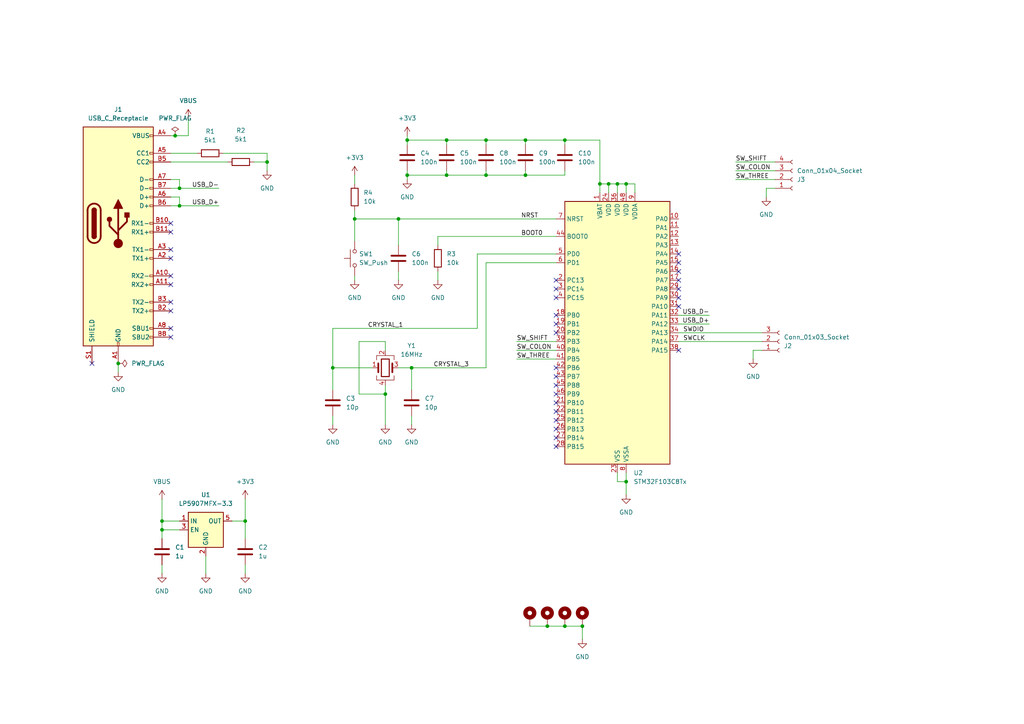
<source format=kicad_sch>
(kicad_sch (version 20250114) (generator "eeschema") (generator_version "9.0")
  (paper "A4")
  (lib_symbols
    (symbol "Connector:Conn_01x03_Socket" (pin_names (offset 1.016) (hide yes))
      (property "Reference" "J" (at 0 5.08 0))
      (property "Value" "Conn_01x03_Socket" (at 0 -5.08 0))
      (symbol "Conn_01x03_Socket_1_1"
        (polyline (pts (xy -1.27 2.54) (xy -0.508 2.54)) (stroke (width 0.1524)))
        (polyline (pts (xy -1.27 0) (xy -0.508 0)) (stroke (width 0.1524)))
        (polyline (pts (xy -1.27 -2.54) (xy -0.508 -2.54)) (stroke (width 0.1524)))
        (arc (start 0 2.032) (mid -0.5058 2.54) (end 0 3.048) (stroke (width 0.1524)))
        (arc (start 0 -0.508) (mid -0.5058 0) (end 0 0.508) (stroke (width 0.1524)))
        (arc (start 0 -3.048) (mid -0.5058 -2.54) (end 0 -2.032) (stroke (width 0.1524)))
        (pin passive line (at -5.08 2.54 0) (length 3.81) (name "Pin_1") (number "1"))
        (pin passive line (at -5.08 0 0) (length 3.81) (name "Pin_2") (number "2"))
        (pin passive line (at -5.08 -2.54 0) (length 3.81) (name "Pin_3") (number "3"))
      )
    )
    (symbol "Connector:Conn_01x04_Socket" (pin_names (offset 1.016) (hide yes))
      (property "Reference" "J" (at 0 5.08 0))
      (property "Value" "Conn_01x04_Socket" (at 0 -7.62 0))
      (symbol "Conn_01x04_Socket_1_1"
        (polyline (pts (xy -1.27 2.54) (xy -0.508 2.54)) (stroke (width 0.1524)))
        (polyline (pts (xy -1.27 0) (xy -0.508 0)) (stroke (width 0.1524)))
        (polyline (pts (xy -1.27 -2.54) (xy -0.508 -2.54)) (stroke (width 0.1524)))
        (polyline (pts (xy -1.27 -5.08) (xy -0.508 -5.08)) (stroke (width 0.1524)))
        (arc (start 0 2.032) (mid -0.5058 2.54) (end 0 3.048) (stroke (width 0.1524)))
        (arc (start 0 -0.508) (mid -0.5058 0) (end 0 0.508) (stroke (width 0.1524)))
        (arc (start 0 -3.048) (mid -0.5058 -2.54) (end 0 -2.032) (stroke (width 0.1524)))
        (arc (start 0 -5.588) (mid -0.5058 -5.08) (end 0 -4.572) (stroke (width 0.1524)))
        (pin passive line (at -5.08 2.54 0) (length 3.81) (name "Pin_1") (number "1"))
        (pin passive line (at -5.08 0 0) (length 3.81) (name "Pin_2") (number "2"))
        (pin passive line (at -5.08 -2.54 0) (length 3.81) (name "Pin_3") (number "3"))
        (pin passive line (at -5.08 -5.08 0) (length 3.81) (name "Pin_4") (number "4"))
      )
    )
    (symbol "Connector:USB_C_Receptacle" (pin_names (offset 1.016))
      (property "Reference" "J" (at -10.16 29.21 0))
      (property "Value" "USB_C_Receptacle" (at 10.16 29.21 0))
      (symbol "USB_C_Receptacle_0_0"
        (rectangle (start -0.254 -35.56) (end 0.254 -34.544))
        (rectangle (start 10.16 25.654) (end 9.144 25.146))
        (rectangle (start 10.16 20.574) (end 9.144 20.066))
        (rectangle (start 10.16 18.034) (end 9.144 17.526))
        (rectangle (start 10.16 12.954) (end 9.144 12.446))
        (rectangle (start 10.16 10.414) (end 9.144 9.906))
        (rectangle (start 10.16 7.874) (end 9.144 7.366))
        (rectangle (start 10.16 5.334) (end 9.144 4.826))
        (rectangle (start 10.16 0.254) (end 9.144 -0.254))
        (rectangle (start 10.16 -2.286) (end 9.144 -2.794))
        (rectangle (start 10.16 -7.366) (end 9.144 -7.874))
        (rectangle (start 10.16 -9.906) (end 9.144 -10.414))
        (rectangle (start 10.16 -14.986) (end 9.144 -15.494))
        (rectangle (start 10.16 -17.526) (end 9.144 -18.034))
        (rectangle (start 10.16 -22.606) (end 9.144 -23.114))
        (rectangle (start 10.16 -25.146) (end 9.144 -25.654))
        (rectangle (start 10.16 -30.226) (end 9.144 -30.734))
        (rectangle (start 10.16 -32.766) (end 9.144 -33.274))
      )
      (symbol "USB_C_Receptacle_0_1"
        (rectangle (start -10.16 27.94) (end 10.16 -35.56) (stroke (width 0.254)) (fill (type background)))
        (polyline (pts (xy -8.89 -3.81) (xy -8.89 3.81)) (stroke (width 0.508)))
        (rectangle (start -7.62 -3.81) (end -6.35 3.81) (stroke (width 0.254)) (fill (type outline)))
        (arc (start -7.62 3.81) (mid -6.985 4.4423) (end -6.35 3.81) (stroke (width 0.254)))
        (arc (start -7.62 3.81) (mid -6.985 4.4423) (end -6.35 3.81) (stroke (width 0.254)) (fill (type outline)))
        (arc (start -8.89 3.81) (mid -6.985 5.7067) (end -5.08 3.81) (stroke (width 0.508)))
        (arc (start -5.08 -3.81) (mid -6.985 -5.7067) (end -8.89 -3.81) (stroke (width 0.508)))
        (arc (start -6.35 -3.81) (mid -6.985 -4.4423) (end -7.62 -3.81) (stroke (width 0.254)))
        (arc (start -6.35 -3.81) (mid -6.985 -4.4423) (end -7.62 -3.81) (stroke (width 0.254)) (fill (type outline)))
        (polyline (pts (xy -5.08 3.81) (xy -5.08 -3.81)) (stroke (width 0.508)))
      )
      (symbol "USB_C_Receptacle_1_1"
        (circle (center -2.54 1.143) (radius 0.635) (stroke (width 0.254)) (fill (type outline)))
        (polyline (pts (xy -1.27 4.318) (xy 0 6.858) (xy 1.27 4.318) (xy -1.27 4.318)) (stroke (width 0.254)) (fill (type outline)))
        (polyline (pts (xy 0 -2.032) (xy 2.54 0.508) (xy 2.54 1.778)) (stroke (width 0.508)))
        (polyline (pts (xy 0 -3.302) (xy -2.54 -0.762) (xy -2.54 0.508)) (stroke (width 0.508)))
        (polyline (pts (xy 0 -5.842) (xy 0 4.318)) (stroke (width 0.508)))
        (circle (center 0 -5.842) (radius 1.27) (fill (type outline)))
        (rectangle (start 1.905 1.778) (end 3.175 3.048) (stroke (width 0.254)) (fill (type outline)))
        (pin passive line (at -7.62 -40.64 90) (length 5.08) (name "SHIELD") (number "S1"))
        (pin passive line (at 0 -40.64 90) (length 5.08) (name "GND") (number "A1"))
        (pin passive line (at 0 -40.64 90) (length 5.08) (hide yes) (name "GND") (number "A12"))
        (pin passive line (at 0 -40.64 90) (length 5.08) (hide yes) (name "GND") (number "B1"))
        (pin passive line (at 0 -40.64 90) (length 5.08) (hide yes) (name "GND") (number "B12"))
        (pin passive line (at 15.24 25.4 180) (length 5.08) (name "VBUS") (number "A4"))
        (pin passive line (at 15.24 25.4 180) (length 5.08) (hide yes) (name "VBUS") (number "A9"))
        (pin passive line (at 15.24 25.4 180) (length 5.08) (hide yes) (name "VBUS") (number "B4"))
        (pin passive line (at 15.24 25.4 180) (length 5.08) (hide yes) (name "VBUS") (number "B9"))
        (pin bidirectional line (at 15.24 20.32 180) (length 5.08) (name "CC1") (number "A5"))
        (pin bidirectional line (at 15.24 17.78 180) (length 5.08) (name "CC2") (number "B5"))
        (pin bidirectional line (at 15.24 12.7 180) (length 5.08) (name "D-") (number "A7"))
        (pin bidirectional line (at 15.24 10.16 180) (length 5.08) (name "D-") (number "B7"))
        (pin bidirectional line (at 15.24 7.62 180) (length 5.08) (name "D+") (number "A6"))
        (pin bidirectional line (at 15.24 5.08 180) (length 5.08) (name "D+") (number "B6"))
        (pin bidirectional line (at 15.24 0 180) (length 5.08) (name "RX1-") (number "B10"))
        (pin bidirectional line (at 15.24 -2.54 180) (length 5.08) (name "RX1+") (number "B11"))
        (pin bidirectional line (at 15.24 -7.62 180) (length 5.08) (name "TX1-") (number "A3"))
        (pin bidirectional line (at 15.24 -10.16 180) (length 5.08) (name "TX1+") (number "A2"))
        (pin bidirectional line (at 15.24 -15.24 180) (length 5.08) (name "RX2-") (number "A10"))
        (pin bidirectional line (at 15.24 -17.78 180) (length 5.08) (name "RX2+") (number "A11"))
        (pin bidirectional line (at 15.24 -22.86 180) (length 5.08) (name "TX2-") (number "B3"))
        (pin bidirectional line (at 15.24 -25.4 180) (length 5.08) (name "TX2+") (number "B2"))
        (pin bidirectional line (at 15.24 -30.48 180) (length 5.08) (name "SBU1") (number "A8"))
        (pin bidirectional line (at 15.24 -33.02 180) (length 5.08) (name "SBU2") (number "B8"))
      )
    )
    (symbol "Device:C" (pin_numbers (hide yes)) (pin_names (offset 0.254))
      (property "Reference" "C" (at 0.635 2.54 0))
      (property "Value" "C" (at 0.635 -2.54 0))
      (symbol "C_0_1"
        (polyline (pts (xy -2.032 0.762) (xy 2.032 0.762)) (stroke (width 0.508)))
        (polyline (pts (xy -2.032 -0.762) (xy 2.032 -0.762)) (stroke (width 0.508)))
      )
      (symbol "C_1_1"
        (pin passive line (at 0 3.81 270) (length 2.794) (name "~") (number "1"))
        (pin passive line (at 0 -3.81 90) (length 2.794) (name "~") (number "2"))
      )
    )
    (symbol "Device:Crystal_GND24" (pin_names (offset 1.016) (hide yes))
      (property "Reference" "Y" (at 3.175 5.08 0))
      (property "Value" "Crystal_GND24" (at 3.175 3.175 0))
      (symbol "Crystal_GND24_0_1"
        (polyline (pts (xy -2.54 2.286) (xy -2.54 3.556) (xy 2.54 3.556) (xy 2.54 2.286)))
        (polyline (pts (xy -2.54 0) (xy -2.032 0)))
        (polyline (pts (xy -2.54 -2.286) (xy -2.54 -3.556) (xy 2.54 -3.556) (xy 2.54 -2.286)))
        (polyline (pts (xy -2.032 -1.27) (xy -2.032 1.27)) (stroke (width 0.508)))
        (rectangle (start -1.143 2.54) (end 1.143 -2.54) (stroke (width 0.3048)))
        (polyline (pts (xy 0 3.556) (xy 0 3.81)))
        (polyline (pts (xy 0 -3.81) (xy 0 -3.556)))
        (polyline (pts (xy 2.032 0) (xy 2.54 0)))
        (polyline (pts (xy 2.032 -1.27) (xy 2.032 1.27)) (stroke (width 0.508)))
      )
      (symbol "Crystal_GND24_1_1"
        (pin passive line (at -3.81 0 0) (length 1.27) (name "1") (number "1"))
        (pin passive line (at 0 5.08 270) (length 1.27) (name "2") (number "2"))
        (pin passive line (at 0 -5.08 90) (length 1.27) (name "4") (number "4"))
        (pin passive line (at 3.81 0 180) (length 1.27) (name "3") (number "3"))
      )
    )
    (symbol "Device:R" (pin_numbers (hide yes)) (pin_names (offset 0))
      (property "Reference" "R" (at 2.032 0 90))
      (property "Value" "R" (at 0 0 90))
      (symbol "R_0_1"
        (rectangle (start -1.016 -2.54) (end 1.016 2.54) (stroke (width 0.254)))
      )
      (symbol "R_1_1"
        (pin passive line (at 0 3.81 270) (length 1.27) (name "~") (number "1"))
        (pin passive line (at 0 -3.81 90) (length 1.27) (name "~") (number "2"))
      )
    )
    (symbol "MCU_ST_STM32F1:STM32F103C8Tx"
      (property "Reference" "U" (at -15.24 39.37 0))
      (property "Value" "STM32F103C8Tx" (at 7.62 39.37 0))
      (symbol "STM32F103C8Tx_0_1"
        (rectangle (start -15.24 -38.1) (end 15.24 38.1) (stroke (width 0.254)) (fill (type background)))
      )
      (symbol "STM32F103C8Tx_1_1"
        (pin input line (at -17.78 33.02 0) (length 2.54) (name "NRST") (number "7"))
        (pin input line (at -17.78 27.94 0) (length 2.54) (name "BOOT0") (number "44"))
        (pin bidirectional line (at -17.78 22.86 0) (length 2.54) (name "PD0") (number "5"))
        (pin bidirectional line (at -17.78 20.32 0) (length 2.54) (name "PD1") (number "6"))
        (pin bidirectional line (at -17.78 15.24 0) (length 2.54) (name "PC13") (number "2"))
        (pin bidirectional line (at -17.78 12.7 0) (length 2.54) (name "PC14") (number "3"))
        (pin bidirectional line (at -17.78 10.16 0) (length 2.54) (name "PC15") (number "4"))
        (pin bidirectional line (at -17.78 5.08 0) (length 2.54) (name "PB0") (number "18"))
        (pin bidirectional line (at -17.78 2.54 0) (length 2.54) (name "PB1") (number "19"))
        (pin bidirectional line (at -17.78 0 0) (length 2.54) (name "PB2") (number "20"))
        (pin bidirectional line (at -17.78 -2.54 0) (length 2.54) (name "PB3") (number "39"))
        (pin bidirectional line (at -17.78 -5.08 0) (length 2.54) (name "PB4") (number "40"))
        (pin bidirectional line (at -17.78 -7.62 0) (length 2.54) (name "PB5") (number "41"))
        (pin bidirectional line (at -17.78 -10.16 0) (length 2.54) (name "PB6") (number "42"))
        (pin bidirectional line (at -17.78 -12.7 0) (length 2.54) (name "PB7") (number "43"))
        (pin bidirectional line (at -17.78 -15.24 0) (length 2.54) (name "PB8") (number "45"))
        (pin bidirectional line (at -17.78 -17.78 0) (length 2.54) (name "PB9") (number "46"))
        (pin bidirectional line (at -17.78 -20.32 0) (length 2.54) (name "PB10") (number "21"))
        (pin bidirectional line (at -17.78 -22.86 0) (length 2.54) (name "PB11") (number "22"))
        (pin bidirectional line (at -17.78 -25.4 0) (length 2.54) (name "PB12") (number "25"))
        (pin bidirectional line (at -17.78 -27.94 0) (length 2.54) (name "PB13") (number "26"))
        (pin bidirectional line (at -17.78 -30.48 0) (length 2.54) (name "PB14") (number "27"))
        (pin bidirectional line (at -17.78 -33.02 0) (length 2.54) (name "PB15") (number "28"))
        (pin power_in line (at -5.08 40.64 270) (length 2.54) (name "VBAT") (number "1"))
        (pin power_in line (at -2.54 40.64 270) (length 2.54) (name "VDD") (number "24"))
        (pin power_in line (at 0 40.64 270) (length 2.54) (name "VDD") (number "36"))
        (pin power_in line (at 0 -40.64 90) (length 2.54) (name "VSS") (number "23"))
        (pin passive line (at 0 -40.64 90) (length 2.54) (hide yes) (name "VSS") (number "35"))
        (pin passive line (at 0 -40.64 90) (length 2.54) (hide yes) (name "VSS") (number "47"))
        (pin power_in line (at 2.54 40.64 270) (length 2.54) (name "VDD") (number "48"))
        (pin power_in line (at 2.54 -40.64 90) (length 2.54) (name "VSSA") (number "8"))
        (pin power_in line (at 5.08 40.64 270) (length 2.54) (name "VDDA") (number "9"))
        (pin bidirectional line (at 17.78 33.02 180) (length 2.54) (name "PA0") (number "10"))
        (pin bidirectional line (at 17.78 30.48 180) (length 2.54) (name "PA1") (number "11"))
        (pin bidirectional line (at 17.78 27.94 180) (length 2.54) (name "PA2") (number "12"))
        (pin bidirectional line (at 17.78 25.4 180) (length 2.54) (name "PA3") (number "13"))
        (pin bidirectional line (at 17.78 22.86 180) (length 2.54) (name "PA4") (number "14"))
        (pin bidirectional line (at 17.78 20.32 180) (length 2.54) (name "PA5") (number "15"))
        (pin bidirectional line (at 17.78 17.78 180) (length 2.54) (name "PA6") (number "16"))
        (pin bidirectional line (at 17.78 15.24 180) (length 2.54) (name "PA7") (number "17"))
        (pin bidirectional line (at 17.78 12.7 180) (length 2.54) (name "PA8") (number "29"))
        (pin bidirectional line (at 17.78 10.16 180) (length 2.54) (name "PA9") (number "30"))
        (pin bidirectional line (at 17.78 7.62 180) (length 2.54) (name "PA10") (number "31"))
        (pin bidirectional line (at 17.78 5.08 180) (length 2.54) (name "PA11") (number "32"))
        (pin bidirectional line (at 17.78 2.54 180) (length 2.54) (name "PA12") (number "33"))
        (pin bidirectional line (at 17.78 0 180) (length 2.54) (name "PA13") (number "34"))
        (pin bidirectional line (at 17.78 -2.54 180) (length 2.54) (name "PA14") (number "37"))
        (pin bidirectional line (at 17.78 -5.08 180) (length 2.54) (name "PA15") (number "38"))
      )
    )
    (symbol "Mechanical:MountingHole_Pad" (pin_numbers (hide yes)) (pin_names (offset 1.016) (hide yes)) (in_bom no)
      (property "Reference" "H" (at 0 6.35 0))
      (property "Value" "MountingHole_Pad" (at 0 4.445 0))
      (symbol "MountingHole_Pad_0_1"
        (circle (center 0 1.27) (radius 1.27) (stroke (width 1.27)))
      )
      (symbol "MountingHole_Pad_1_1"
        (pin input line (at 0 -2.54 90) (length 2.54) (name "1") (number "1"))
      )
    )
    (symbol "Regulator_Linear:LP5907MFX-3.3"
      (property "Reference" "U" (at -3.81 6.35 0))
      (property "Value" "LP5907MFX-3.3" (at 6.35 6.35 0))
      (symbol "LP5907MFX-3.3_0_1"
        (rectangle (start -5.08 -5.08) (end 5.08 5.08) (stroke (width 0.254)) (fill (type background)))
        (pin power_in line (at -7.62 2.54 0) (length 2.54) (name "IN") (number "1"))
        (pin input line (at -7.62 0 0) (length 2.54) (name "EN") (number "3"))
        (pin power_in line (at 0 -7.62 90) (length 2.54) (name "GND") (number "2"))
        (pin no_connect line (at 5.08 0 180) (length 2.54) (hide yes) (name "NC") (number "4"))
        (pin power_out line (at 7.62 2.54 180) (length 2.54) (name "OUT") (number "5"))
      )
    )
    (symbol "Switch:SW_Push" (pin_numbers (hide yes)) (pin_names (offset 1.016) (hide yes))
      (property "Reference" "SW" (at 1.27 2.54 0))
      (property "Value" "SW_Push" (at 0 -1.524 0))
      (symbol "SW_Push_0_1"
        (circle (center -2.032 0) (radius 0.508))
        (polyline (pts (xy 0 1.27) (xy 0 3.048)))
        (circle (center 2.032 0) (radius 0.508))
        (polyline (pts (xy 2.54 1.27) (xy -2.54 1.27)))
        (pin passive line (at -5.08 0 0) (length 2.54) (name "1") (number "1"))
        (pin passive line (at 5.08 0 180) (length 2.54) (name "2") (number "2"))
      )
    )
    (symbol "power:+3V3" (power) (pin_numbers (hide yes)) (pin_names (offset 0) (hide yes))
      (property "Value" "+3V3" (at 0 3.556 0))
      (symbol "+3V3_0_1"
        (polyline (pts (xy -0.762 1.27) (xy 0 2.54)))
        (polyline (pts (xy 0 2.54) (xy 0.762 1.27)))
        (polyline (pts (xy 0 0) (xy 0 2.54)))
      )
      (symbol "+3V3_1_1"
        (pin power_in line (at 0 0 90) (length 0) (name "~") (number "1"))
      )
    )
    (symbol "power:GND" (power) (pin_numbers (hide yes)) (pin_names (offset 0) (hide yes))
      (property "Value" "GND" (at 0 -3.81 0))
      (symbol "GND_0_1"
        (polyline (pts (xy 0 0) (xy 0 -1.27) (xy 1.27 -1.27) (xy 0 -2.54) (xy -1.27 -1.27) (xy 0 -1.27)))
      )
      (symbol "GND_1_1"
        (pin power_in line (at 0 0 270) (length 0) (name "~") (number "1"))
      )
    )
    (symbol "power:PWR_FLAG" (power) (pin_numbers (hide yes)) (pin_names (offset 0) (hide yes))
      (property "Value" "PWR_FLAG" (at 0 3.81 0))
      (symbol "PWR_FLAG_0_0"
        (pin power_out line (at 0 0 90) (length 0) (name "~") (number "1"))
      )
      (symbol "PWR_FLAG_0_1"
        (polyline (pts (xy 0 0) (xy 0 1.27) (xy -1.016 1.905) (xy 0 2.54) (xy 1.016 1.905) (xy 0 1.27)))
      )
    )
    (symbol "power:VBUS" (power) (pin_numbers (hide yes)) (pin_names (offset 0) (hide yes))
      (property "Value" "VBUS" (at 0 3.556 0))
      (symbol "VBUS_0_1"
        (polyline (pts (xy -0.762 1.27) (xy 0 2.54)))
        (polyline (pts (xy 0 2.54) (xy 0.762 1.27)))
        (polyline (pts (xy 0 0) (xy 0 2.54)))
      )
      (symbol "VBUS_1_1"
        (pin power_in line (at 0 0 90) (length 0) (name "~") (number "1"))
      )
    )
  )
  (junction (at 111.76 114.3))
  (junction (at 152.4 50.8))
  (junction (at 102.87 63.5))
  (junction (at 163.83 40.64))
  (junction (at 173.99 53.34))
  (junction (at 77.47 46.99))
  (junction (at 129.54 40.64))
  (junction (at 140.97 50.8))
  (junction (at 52.07 59.69))
  (junction (at 158.75 181.61))
  (junction (at 181.61 139.7))
  (junction (at 46.99 153.67))
  (junction (at 176.53 53.34))
  (junction (at 46.99 151.13))
  (junction (at 118.11 40.64))
  (junction (at 96.52 106.68))
  (junction (at 52.07 54.61))
  (junction (at 129.54 50.8))
  (junction (at 168.91 181.61))
  (junction (at 140.97 40.64))
  (junction (at 152.4 40.64))
  (junction (at 115.57 63.5))
  (junction (at 50.8 39.37))
  (junction (at 71.12 151.13))
  (junction (at 118.11 50.8))
  (junction (at 163.83 181.61))
  (junction (at 34.29 105.41))
  (junction (at 181.61 53.34))
  (junction (at 179.07 53.34))
  (junction (at 119.38 106.68))
  (no_connect (at 161.29 111.76))
  (no_connect (at 196.85 76.2))
  (no_connect (at 161.29 81.28))
  (no_connect (at 161.29 116.84))
  (no_connect (at 161.29 96.52))
  (no_connect (at 196.85 73.66))
  (no_connect (at 161.29 124.46))
  (no_connect (at 49.53 87.63))
  (no_connect (at 161.29 121.92))
  (no_connect (at 49.53 64.77))
  (no_connect (at 196.85 101.6))
  (no_connect (at 196.85 81.28))
  (no_connect (at 161.29 106.68))
  (no_connect (at 161.29 127))
  (no_connect (at 196.85 88.9))
  (no_connect (at 196.85 83.82))
  (no_connect (at 196.85 86.36))
  (no_connect (at 161.29 91.44))
  (no_connect (at 161.29 86.36))
  (no_connect (at 49.53 72.39))
  (no_connect (at 49.53 80.01))
  (no_connect (at 161.29 114.3))
  (no_connect (at 161.29 83.82))
  (no_connect (at 49.53 95.25))
  (no_connect (at 49.53 67.31))
  (no_connect (at 49.53 74.93))
  (no_connect (at 161.29 119.38))
  (no_connect (at 49.53 97.79))
  (no_connect (at 161.29 93.98))
  (no_connect (at 161.29 109.22))
  (no_connect (at 196.85 78.74))
  (no_connect (at 49.53 90.17))
  (no_connect (at 49.53 82.55))
  (no_connect (at 161.29 129.54))
  (no_connect (at 26.67 105.41))
  (wire (pts (xy 161.29 101.6) (xy 149.86 101.6)))
  (wire (pts (xy 102.87 63.5) (xy 115.57 63.5)))
  (wire (pts (xy 140.97 50.8) (xy 152.4 50.8)))
  (wire (pts (xy 102.87 50.8) (xy 102.87 53.34)))
  (wire (pts (xy 196.85 96.52) (xy 220.98 96.52)))
  (wire (pts (xy 34.29 105.41) (xy 34.29 107.95)))
  (wire (pts (xy 49.53 57.15) (xy 52.07 57.15)))
  (wire (pts (xy 140.97 76.2) (xy 140.97 106.68)))
  (wire (pts (xy 118.11 40.64) (xy 129.54 40.64)))
  (wire (pts (xy 181.61 53.34) (xy 184.15 53.34)))
  (wire (pts (xy 184.15 53.34) (xy 184.15 55.88)))
  (wire (pts (xy 46.99 151.13) (xy 46.99 153.67)))
  (wire (pts (xy 52.07 52.07) (xy 52.07 54.61)))
  (wire (pts (xy 140.97 40.64) (xy 152.4 40.64)))
  (wire (pts (xy 52.07 54.61) (xy 63.5 54.61)))
  (wire (pts (xy 118.11 39.37) (xy 118.11 40.64)))
  (wire (pts (xy 152.4 49.53) (xy 152.4 50.8)))
  (wire (pts (xy 77.47 46.99) (xy 77.47 49.53)))
  (wire (pts (xy 129.54 49.53) (xy 129.54 50.8)))
  (wire (pts (xy 96.52 106.68) (xy 107.95 106.68)))
  (wire (pts (xy 46.99 153.67) (xy 52.07 153.67)))
  (wire (pts (xy 49.53 46.99) (xy 66.04 46.99)))
  (wire (pts (xy 181.61 137.16) (xy 181.61 139.7)))
  (wire (pts (xy 140.97 40.64) (xy 140.97 41.91)))
  (wire (pts (xy 196.85 99.06) (xy 220.98 99.06)))
  (wire (pts (xy 152.4 40.64) (xy 152.4 41.91)))
  (wire (pts (xy 129.54 40.64) (xy 129.54 41.91)))
  (wire (pts (xy 96.52 106.68) (xy 96.52 95.25)))
  (wire (pts (xy 163.83 50.8) (xy 163.83 49.53)))
  (wire (pts (xy 71.12 151.13) (xy 71.12 156.21)))
  (wire (pts (xy 50.8 39.37) (xy 54.61 39.37)))
  (wire (pts (xy 181.61 53.34) (xy 181.61 55.88)))
  (wire (pts (xy 71.12 144.78) (xy 71.12 151.13)))
  (wire (pts (xy 119.38 120.65) (xy 119.38 123.19)))
  (wire (pts (xy 52.07 57.15) (xy 52.07 59.69)))
  (wire (pts (xy 115.57 63.5) (xy 115.57 71.12)))
  (wire (pts (xy 173.99 53.34) (xy 173.99 55.88)))
  (wire (pts (xy 71.12 163.83) (xy 71.12 166.37)))
  (wire (pts (xy 196.85 93.98) (xy 205.74 93.98)))
  (wire (pts (xy 104.14 114.3) (xy 111.76 114.3)))
  (wire (pts (xy 179.07 53.34) (xy 181.61 53.34)))
  (wire (pts (xy 140.97 49.53) (xy 140.97 50.8)))
  (wire (pts (xy 111.76 99.06) (xy 104.14 99.06)))
  (wire (pts (xy 118.11 50.8) (xy 129.54 50.8)))
  (wire (pts (xy 127 78.74) (xy 127 81.28)))
  (wire (pts (xy 77.47 44.45) (xy 77.47 46.99)))
  (wire (pts (xy 67.31 151.13) (xy 71.12 151.13)))
  (wire (pts (xy 196.85 91.44) (xy 205.74 91.44)))
  (wire (pts (xy 102.87 69.85) (xy 102.87 63.5)))
  (wire (pts (xy 52.07 59.69) (xy 63.5 59.69)))
  (wire (pts (xy 158.75 181.61) (xy 163.83 181.61)))
  (wire (pts (xy 119.38 106.68) (xy 115.57 106.68)))
  (wire (pts (xy 49.53 44.45) (xy 57.15 44.45)))
  (wire (pts (xy 96.52 95.25) (xy 138.43 95.25)))
  (wire (pts (xy 224.79 49.53) (xy 213.36 49.53)))
  (wire (pts (xy 127 68.58) (xy 161.29 68.58)))
  (wire (pts (xy 118.11 49.53) (xy 118.11 50.8)))
  (wire (pts (xy 59.69 161.29) (xy 59.69 166.37)))
  (wire (pts (xy 49.53 59.69) (xy 52.07 59.69)))
  (wire (pts (xy 102.87 60.96) (xy 102.87 63.5)))
  (wire (pts (xy 179.07 137.16) (xy 179.07 139.7)))
  (wire (pts (xy 224.79 46.99) (xy 213.36 46.99)))
  (wire (pts (xy 96.52 113.03) (xy 96.52 106.68)))
  (wire (pts (xy 152.4 50.8) (xy 163.83 50.8)))
  (wire (pts (xy 118.11 40.64) (xy 118.11 41.91)))
  (wire (pts (xy 161.29 76.2) (xy 140.97 76.2)))
  (wire (pts (xy 163.83 40.64) (xy 173.99 40.64)))
  (wire (pts (xy 118.11 50.8) (xy 118.11 52.07)))
  (wire (pts (xy 222.25 57.15) (xy 222.25 54.61)))
  (wire (pts (xy 224.79 52.07) (xy 213.36 52.07)))
  (wire (pts (xy 49.53 39.37) (xy 50.8 39.37)))
  (wire (pts (xy 176.53 53.34) (xy 176.53 55.88)))
  (wire (pts (xy 173.99 53.34) (xy 176.53 53.34)))
  (wire (pts (xy 46.99 163.83) (xy 46.99 166.37)))
  (wire (pts (xy 129.54 40.64) (xy 140.97 40.64)))
  (wire (pts (xy 119.38 106.68) (xy 119.38 113.03)))
  (wire (pts (xy 127 71.12) (xy 127 68.58)))
  (wire (pts (xy 163.83 181.61) (xy 168.91 181.61)))
  (wire (pts (xy 104.14 99.06) (xy 104.14 114.3)))
  (wire (pts (xy 218.44 101.6) (xy 218.44 104.14)))
  (wire (pts (xy 152.4 40.64) (xy 163.83 40.64)))
  (wire (pts (xy 111.76 114.3) (xy 111.76 111.76)))
  (wire (pts (xy 179.07 53.34) (xy 179.07 55.88)))
  (wire (pts (xy 111.76 114.3) (xy 111.76 123.19)))
  (wire (pts (xy 49.53 52.07) (xy 52.07 52.07)))
  (wire (pts (xy 179.07 139.7) (xy 181.61 139.7)))
  (wire (pts (xy 111.76 101.6) (xy 111.76 99.06)))
  (wire (pts (xy 64.77 44.45) (xy 77.47 44.45)))
  (wire (pts (xy 46.99 151.13) (xy 52.07 151.13)))
  (wire (pts (xy 138.43 73.66) (xy 161.29 73.66)))
  (wire (pts (xy 173.99 40.64) (xy 173.99 53.34)))
  (wire (pts (xy 168.91 181.61) (xy 168.91 185.42)))
  (wire (pts (xy 115.57 63.5) (xy 161.29 63.5)))
  (wire (pts (xy 181.61 139.7) (xy 181.61 143.51)))
  (wire (pts (xy 220.98 101.6) (xy 218.44 101.6)))
  (wire (pts (xy 102.87 80.01) (xy 102.87 81.28)))
  (wire (pts (xy 46.99 153.67) (xy 46.99 156.21)))
  (wire (pts (xy 163.83 40.64) (xy 163.83 41.91)))
  (wire (pts (xy 115.57 78.74) (xy 115.57 81.28)))
  (wire (pts (xy 140.97 106.68) (xy 119.38 106.68)))
  (wire (pts (xy 222.25 54.61) (xy 224.79 54.61)))
  (wire (pts (xy 161.29 99.06) (xy 149.86 99.06)))
  (wire (pts (xy 161.29 104.14) (xy 149.86 104.14)))
  (wire (pts (xy 73.66 46.99) (xy 77.47 46.99)))
  (wire (pts (xy 96.52 120.65) (xy 96.52 123.19)))
  (wire (pts (xy 153.67 181.61) (xy 158.75 181.61)))
  (wire (pts (xy 176.53 53.34) (xy 179.07 53.34)))
  (wire (pts (xy 138.43 95.25) (xy 138.43 73.66)))
  (wire (pts (xy 129.54 50.8) (xy 140.97 50.8)))
  (wire (pts (xy 46.99 144.78) (xy 46.99 151.13)))
  (wire (pts (xy 54.61 39.37) (xy 54.61 34.29)))
  (wire (pts (xy 52.07 54.61) (xy 49.53 54.61)))
  (label "SWDIO" (at 198.12 96.52 0))
  (label "SW_THREE" (at 213.36 52.07 0))
  (label "NRST" (at 151.13 63.5 0))
  (label "USB_D-" (at 63.5 54.61 180))
  (label "SW_COLON" (at 213.36 49.53 0))
  (label "SW_SHIFT" (at 213.36 46.99 0))
  (label "BOOT0" (at 151.13 68.58 0))
  (label "CRYSTAL_1" (at 106.68 95.25 0))
  (label "CRYSTAL_3" (at 125.73 106.68 0))
  (label "USB_D+" (at 205.74 93.98 180))
  (label "SWCLK" (at 198.12 99.06 0))
  (label "SW_COLON" (at 149.86 101.6 0))
  (label "SW_SHIFT" (at 149.86 99.06 0))
  (label "USB_D+" (at 63.5 59.69 180))
  (label "USB_D-" (at 205.74 91.44 180))
  (label "SW_THREE" (at 149.86 104.14 0))
  (symbol (lib_id "Device:R") (at 60.96 44.45 90) (unit 1)
    (property "Reference" "R1" (at 60.96 38.1 90))
    (property "Value" "5k1" (at 60.96 40.64 90))
    (property "Footprint" "Resistor_SMD:R_0603_1608Metric_Pad0.98x0.95mm_HandSolder" (effects (hide yes)))
    (property "Description" "Resistor" (effects (hide yes)))
  )
  (symbol (lib_id "Device:C") (at 129.54 45.72 0) (unit 1)
    (property "Reference" "C5" (at 133.35 44.4499 0) (effects (justify left)))
    (property "Value" "100n" (at 133.35 46.9899 0) (effects (justify left)))
    (property "Footprint" "Capacitor_SMD:C_0603_1608Metric_Pad1.08x0.95mm_HandSolder" (effects (hide yes)))
    (property "Description" "Unpolarized capacitor" (effects (hide yes)))
  )
  (symbol (lib_id "power:GND") (at 119.38 123.19 0) (unit 1)
    (property "Reference" "#PWR015" (effects (hide yes)))
    (property "Value" "GND" (at 119.38 128.27 0))
    (property "Description" "Power symbol creates a global label with name \"GND\" , ground" (effects (hide yes)))
  )
  (symbol (lib_id "Mechanical:MountingHole_Pad") (at 168.91 179.07 0) (unit 1) (in_bom no)
    (property "Reference" "H4" (effects (hide yes)))
    (property "Value" "MountingHole_Pad" (effects (hide yes)))
    (property "Footprint" "MountingHole:MountingHole_2.2mm_M2_Pad_Via" (effects (hide yes)))
    (property "Description" "Mounting Hole with connection" (effects (hide yes)))
  )
  (symbol (lib_id "power:PWR_FLAG") (at 50.8 39.37 0) (unit 1)
    (property "Reference" "#FLG01" (effects (hide yes)))
    (property "Value" "PWR_FLAG" (at 50.8 34.29 0))
    (property "Description" "Special symbol for telling ERC where power comes from" (effects (hide yes)))
  )
  (symbol (lib_id "power:GND") (at 181.61 143.51 0) (unit 1)
    (property "Reference" "#PWR017" (effects (hide yes)))
    (property "Value" "GND" (at 181.61 148.59 0))
    (property "Description" "Power symbol creates a global label with name \"GND\" , ground" (effects (hide yes)))
  )
  (symbol (lib_id "power:GND") (at 115.57 81.28 0) (unit 1)
    (property "Reference" "#PWR014" (effects (hide yes)))
    (property "Value" "GND" (at 115.57 86.36 0))
    (property "Description" "Power symbol creates a global label with name \"GND\" , ground" (effects (hide yes)))
  )
  (symbol (lib_id "power:VBUS") (at 46.99 144.78 0) (unit 1)
    (property "Reference" "#PWR02" (effects (hide yes)))
    (property "Value" "VBUS" (at 46.99 139.7 0))
    (property "Description" "Power symbol creates a global label with name \"VBUS\"" (effects (hide yes)))
  )
  (symbol (lib_id "Device:C") (at 152.4 45.72 0) (unit 1)
    (property "Reference" "C9" (at 156.21 44.4499 0) (effects (justify left)))
    (property "Value" "100n" (at 156.21 46.9899 0) (effects (justify left)))
    (property "Footprint" "Capacitor_SMD:C_0603_1608Metric_Pad1.08x0.95mm_HandSolder" (effects (hide yes)))
    (property "Description" "Unpolarized capacitor" (effects (hide yes)))
  )
  (symbol (lib_id "power:GND") (at 59.69 166.37 0) (unit 1)
    (property "Reference" "#PWR05" (effects (hide yes)))
    (property "Value" "GND" (at 59.69 171.45 0))
    (property "Description" "Power symbol creates a global label with name \"GND\" , ground" (effects (hide yes)))
  )
  (symbol (lib_id "power:GND") (at 127 81.28 0) (unit 1)
    (property "Reference" "#PWR016" (effects (hide yes)))
    (property "Value" "GND" (at 127 86.36 0))
    (property "Description" "Power symbol creates a global label with name \"GND\" , ground" (effects (hide yes)))
  )
  (symbol (lib_id "Connector:Conn_01x03_Socket") (at 226.06 99.06 0) (mirror x) (unit 1)
    (property "Reference" "J2" (at 227.33 100.3301 0) (effects (justify left)))
    (property "Value" "Conn_01x03_Socket" (at 227.33 97.7901 0) (effects (justify left)))
    (property "Footprint" "Connector_JST:JST_SH_SM03B-SRSS-TB_1x03-1MP_P1.00mm_Horizontal" (effects (hide yes)))
    (property "Description" "Generic connector, single row, 01x03, script generated" (effects (hide yes)))
  )
  (symbol (lib_id "power:+3V3") (at 118.11 39.37 0) (unit 1)
    (property "Reference" "#PWR010" (effects (hide yes)))
    (property "Value" "+3V3" (at 118.11 34.29 0))
    (property "Description" "Power symbol creates a global label with name \"+3V3\"" (effects (hide yes)))
  )
  (symbol (lib_id "Device:R") (at 127 74.93 0) (unit 1)
    (property "Reference" "R3" (at 129.54 73.6599 0) (effects (justify left)))
    (property "Value" "10k" (at 129.54 76.1999 0) (effects (justify left)))
    (property "Footprint" "Resistor_SMD:R_0603_1608Metric_Pad0.98x0.95mm_HandSolder" (effects (hide yes)))
    (property "Description" "Resistor" (effects (hide yes)))
  )
  (symbol (lib_id "power:PWR_FLAG") (at 34.29 105.41 270) (unit 1)
    (property "Reference" "#FLG02" (effects (hide yes)))
    (property "Value" "PWR_FLAG" (at 38.1 105.4099 90) (effects (justify left)))
    (property "Description" "Special symbol for telling ERC where power comes from" (effects (hide yes)))
  )
  (symbol (lib_id "Device:C") (at 46.99 160.02 0) (unit 1)
    (property "Reference" "C1" (at 50.8 158.7499 0) (effects (justify left)))
    (property "Value" "1u" (at 50.8 161.2899 0) (effects (justify left)))
    (property "Footprint" "Capacitor_SMD:C_0603_1608Metric_Pad1.08x0.95mm_HandSolder" (effects (hide yes)))
    (property "Description" "Unpolarized capacitor" (effects (hide yes)))
  )
  (symbol (lib_id "Device:C") (at 71.12 160.02 0) (unit 1)
    (property "Reference" "C2" (at 74.93 158.7499 0) (effects (justify left)))
    (property "Value" "1u" (at 74.93 161.2899 0) (effects (justify left)))
    (property "Footprint" "Capacitor_SMD:C_0603_1608Metric_Pad1.08x0.95mm_HandSolder" (effects (hide yes)))
    (property "Description" "Unpolarized capacitor" (effects (hide yes)))
  )
  (symbol (lib_id "power:GND") (at 102.87 81.28 0) (unit 1)
    (property "Reference" "#PWR012" (effects (hide yes)))
    (property "Value" "GND" (at 102.87 86.36 0))
    (property "Description" "Power symbol creates a global label with name \"GND\" , ground" (effects (hide yes)))
  )
  (symbol (lib_id "power:GND") (at 71.12 166.37 0) (unit 1)
    (property "Reference" "#PWR07" (effects (hide yes)))
    (property "Value" "GND" (at 71.12 171.45 0))
    (property "Description" "Power symbol creates a global label with name \"GND\" , ground" (effects (hide yes)))
  )
  (symbol (lib_id "Device:C") (at 96.52 116.84 0) (unit 1)
    (property "Reference" "C3" (at 100.33 115.5699 0) (effects (justify left)))
    (property "Value" "10p" (at 100.33 118.1099 0) (effects (justify left)))
    (property "Footprint" "Capacitor_SMD:C_0603_1608Metric_Pad1.08x0.95mm_HandSolder" (effects (hide yes)))
    (property "Description" "Unpolarized capacitor" (effects (hide yes)))
  )
  (symbol (lib_id "power:GND") (at 222.25 57.15 0) (unit 1)
    (property "Reference" "#PWR020" (effects (hide yes)))
    (property "Value" "GND" (at 222.25 62.23 0))
    (property "Description" "Power symbol creates a global label with name \"GND\" , ground" (effects (hide yes)))
  )
  (symbol (lib_id "Connector:USB_C_Receptacle") (at 34.29 64.77 0) (unit 1)
    (property "Reference" "J1" (at 34.29 31.75 0))
    (property "Value" "USB_C_Receptacle" (at 34.29 34.29 0))
    (property "Footprint" "easyeda2kicad:USB-C-SMD_MC-311D" (effects (hide yes)))
    (property "Datasheet" "https://www.usb.org/sites/default/files/documents/usb_type-c.zip" (effects (hide yes)))
    (property "Description" "USB Full-Featured Type-C Receptacle connector" (effects (hide yes)))
  )
  (symbol (lib_id "power:GND") (at 218.44 104.14 0) (unit 1)
    (property "Reference" "#PWR019" (effects (hide yes)))
    (property "Value" "GND" (at 218.44 109.22 0))
    (property "Description" "Power symbol creates a global label with name \"GND\" , ground" (effects (hide yes)))
  )
  (symbol (lib_id "Device:C") (at 115.57 74.93 0) (unit 1)
    (property "Reference" "C6" (at 119.38 73.6599 0) (effects (justify left)))
    (property "Value" "100n" (at 119.38 76.1999 0) (effects (justify left)))
    (property "Footprint" "Capacitor_SMD:C_0603_1608Metric_Pad1.08x0.95mm_HandSolder" (effects (hide yes)))
    (property "Description" "Unpolarized capacitor" (effects (hide yes)))
  )
  (symbol (lib_id "power:GND") (at 46.99 166.37 0) (unit 1)
    (property "Reference" "#PWR03" (effects (hide yes)))
    (property "Value" "GND" (at 46.99 171.45 0))
    (property "Description" "Power symbol creates a global label with name \"GND\" , ground" (effects (hide yes)))
  )
  (symbol (lib_id "Mechanical:MountingHole_Pad") (at 158.75 179.07 0) (unit 1) (in_bom no)
    (property "Reference" "H2" (effects (hide yes)))
    (property "Value" "MountingHole_Pad" (effects (hide yes)))
    (property "Footprint" "MountingHole:MountingHole_2.2mm_M2_Pad_Via" (effects (hide yes)))
    (property "Description" "Mounting Hole with connection" (effects (hide yes)))
  )
  (symbol (lib_id "MCU_ST_STM32F1:STM32F103C8Tx") (at 179.07 96.52 0) (unit 1)
    (property "Reference" "U2" (at 183.7533 137.16 0) (effects (justify left)))
    (property "Value" "STM32F103C8Tx" (at 183.7533 139.7 0) (effects (justify left)))
    (property "Footprint" "Package_QFP:LQFP-48_7x7mm_P0.5mm" (effects (hide yes)))
    (property "Datasheet" "https://www.st.com/resource/en/datasheet/stm32f103c8.pdf" (effects (hide yes)))
    (property "Description" "STMicroelectronics Arm Cortex-M3 MCU, 64KB flash, 20KB RAM, 72 MHz, 2.0-3.6V, 37 GPIO, LQFP48" (effects (hide yes)))
  )
  (symbol (lib_id "power:+3V3") (at 71.12 144.78 0) (unit 1)
    (property "Reference" "#PWR06" (effects (hide yes)))
    (property "Value" "+3V3" (at 71.12 139.7 0))
    (property "Description" "Power symbol creates a global label with name \"+3V3\"" (effects (hide yes)))
  )
  (symbol (lib_id "power:GND") (at 96.52 123.19 0) (unit 1)
    (property "Reference" "#PWR09" (effects (hide yes)))
    (property "Value" "GND" (at 96.52 128.27 0))
    (property "Description" "Power symbol creates a global label with name \"GND\" , ground" (effects (hide yes)))
  )
  (symbol (lib_id "Device:C") (at 118.11 45.72 0) (unit 1)
    (property "Reference" "C4" (at 121.92 44.4499 0) (effects (justify left)))
    (property "Value" "100n" (at 121.92 46.9899 0) (effects (justify left)))
    (property "Footprint" "Capacitor_SMD:C_0603_1608Metric_Pad1.08x0.95mm_HandSolder" (effects (hide yes)))
    (property "Description" "Unpolarized capacitor" (effects (hide yes)))
  )
  (symbol (lib_id "Connector:Conn_01x04_Socket") (at 229.87 52.07 0) (mirror x) (unit 1)
    (property "Reference" "J3" (at 231.14 52.0701 0) (effects (justify left)))
    (property "Value" "Conn_01x04_Socket" (at 231.14 49.5301 0) (effects (justify left)))
    (property "Footprint" "Connector_JST:JST_SH_SM04B-SRSS-TB_1x04-1MP_P1.00mm_Horizontal" (effects (hide yes)))
    (property "Description" "Generic connector, single row, 01x04, script generated" (effects (hide yes)))
  )
  (symbol (lib_id "power:GND") (at 118.11 52.07 0) (unit 1)
    (property "Reference" "#PWR011" (effects (hide yes)))
    (property "Value" "GND" (at 118.11 57.15 0))
    (property "Description" "Power symbol creates a global label with name \"GND\" , ground" (effects (hide yes)))
  )
  (symbol (lib_id "power:GND") (at 77.47 49.53 0) (unit 1)
    (property "Reference" "#PWR08" (effects (hide yes)))
    (property "Value" "GND" (at 77.47 54.61 0))
    (property "Description" "Power symbol creates a global label with name \"GND\" , ground" (effects (hide yes)))
  )
  (symbol (lib_id "power:GND") (at 168.91 185.42 0) (unit 1)
    (property "Reference" "#PWR022" (effects (hide yes)))
    (property "Value" "GND" (at 168.91 190.5 0))
    (property "Description" "Power symbol creates a global label with name \"GND\" , ground" (effects (hide yes)))
  )
  (symbol (lib_id "Mechanical:MountingHole_Pad") (at 153.67 179.07 0) (unit 1) (in_bom no)
    (property "Reference" "H1" (effects (hide yes)))
    (property "Value" "MountingHole_Pad" (effects (hide yes)))
    (property "Footprint" "MountingHole:MountingHole_2.2mm_M2_Pad_Via" (effects (hide yes)))
    (property "Description" "Mounting Hole with connection" (effects (hide yes)))
  )
  (symbol (lib_id "Device:C") (at 119.38 116.84 0) (unit 1)
    (property "Reference" "C7" (at 123.19 115.5699 0) (effects (justify left)))
    (property "Value" "10p" (at 123.19 118.1099 0) (effects (justify left)))
    (property "Footprint" "Capacitor_SMD:C_0603_1608Metric_Pad1.08x0.95mm_HandSolder" (effects (hide yes)))
    (property "Description" "Unpolarized capacitor" (effects (hide yes)))
  )
  (symbol (lib_id "Device:C") (at 163.83 45.72 0) (unit 1)
    (property "Reference" "C10" (at 167.64 44.4499 0) (effects (justify left)))
    (property "Value" "100n" (at 167.64 46.9899 0) (effects (justify left)))
    (property "Footprint" "Capacitor_SMD:C_0603_1608Metric_Pad1.08x0.95mm_HandSolder" (effects (hide yes)))
    (property "Description" "Unpolarized capacitor" (effects (hide yes)))
  )
  (symbol (lib_id "power:GND") (at 111.76 123.19 0) (unit 1)
    (property "Reference" "#PWR013" (effects (hide yes)))
    (property "Value" "GND" (at 111.76 128.27 0))
    (property "Description" "Power symbol creates a global label with name \"GND\" , ground" (effects (hide yes)))
  )
  (symbol (lib_id "Device:R") (at 102.87 57.15 0) (unit 1)
    (property "Reference" "R4" (at 105.41 55.8799 0) (effects (justify left)))
    (property "Value" "10k" (at 105.41 58.4199 0) (effects (justify left)))
    (property "Footprint" "Resistor_SMD:R_0603_1608Metric_Pad0.98x0.95mm_HandSolder" (effects (hide yes)))
    (property "Description" "Resistor" (effects (hide yes)))
  )
  (symbol (lib_id "power:+3V3") (at 102.87 50.8 0) (unit 1)
    (property "Reference" "#PWR021" (effects (hide yes)))
    (property "Value" "+3V3" (at 102.87 45.72 0))
    (property "Description" "Power symbol creates a global label with name \"+3V3\"" (effects (hide yes)))
  )
  (symbol (lib_id "Device:C") (at 140.97 45.72 0) (unit 1)
    (property "Reference" "C8" (at 144.78 44.4499 0) (effects (justify left)))
    (property "Value" "100n" (at 144.78 46.9899 0) (effects (justify left)))
    (property "Footprint" "Capacitor_SMD:C_0603_1608Metric_Pad1.08x0.95mm_HandSolder" (effects (hide yes)))
    (property "Description" "Unpolarized capacitor" (effects (hide yes)))
  )
  (symbol (lib_id "power:GND") (at 34.29 107.95 0) (unit 1)
    (property "Reference" "#PWR01" (effects (hide yes)))
    (property "Value" "GND" (at 34.29 113.03 0))
    (property "Description" "Power symbol creates a global label with name \"GND\" , ground" (effects (hide yes)))
  )
  (symbol (lib_id "power:VBUS") (at 54.61 34.29 0) (unit 1)
    (property "Reference" "#PWR04" (effects (hide yes)))
    (property "Value" "VBUS" (at 54.61 29.21 0))
    (property "Description" "Power symbol creates a global label with name \"VBUS\"" (effects (hide yes)))
  )
  (symbol (lib_id "Regulator_Linear:LP5907MFX-3.3") (at 59.69 153.67 0) (unit 1)
    (property "Reference" "U1" (at 59.69 143.51 0))
    (property "Value" "LP5907MFX-3.3" (at 59.69 146.05 0))
    (property "Footprint" "Package_TO_SOT_SMD:SOT-23-5" (effects (hide yes)))
    (property "Datasheet" "http://www.ti.com/lit/ds/symlink/lp5907.pdf" (effects (hide yes)))
    (property "Description" "250-mA Ultra-Low-Noise Low-IQ LDO, 3.3V, SOT-23" (effects (hide yes)))
  )
  (symbol (lib_id "Switch:SW_Push") (at 102.87 74.93 90) (unit 1)
    (property "Reference" "SW1" (at 104.14 73.6599 90) (effects (justify right)))
    (property "Value" "SW_Push" (at 104.14 76.1999 90) (effects (justify right)))
    (property "Footprint" "easyeda2kicad:SW-SMD_4P-L5.1-W5.1-P3.70-LS6.5-TL_H1.5" (effects (hide yes)))
    (property "Description" "Push button switch, generic, two pins" (effects (hide yes)))
  )
  (symbol (lib_id "Mechanical:MountingHole_Pad") (at 163.83 179.07 0) (unit 1) (in_bom no)
    (property "Reference" "H3" (effects (hide yes)))
    (property "Value" "MountingHole_Pad" (effects (hide yes)))
    (property "Footprint" "MountingHole:MountingHole_2.2mm_M2_Pad_Via" (effects (hide yes)))
    (property "Description" "Mounting Hole with connection" (effects (hide yes)))
  )
  (symbol (lib_id "Device:R") (at 69.85 46.99 90) (unit 1)
    (property "Reference" "R2" (at 69.85 37.846 90))
    (property "Value" "5k1" (at 69.85 40.386 90))
    (property "Footprint" "Resistor_SMD:R_0603_1608Metric_Pad0.98x0.95mm_HandSolder" (effects (hide yes)))
    (property "Description" "Resistor" (effects (hide yes)))
  )
  (symbol (lib_id "Device:Crystal_GND24") (at 111.76 106.68 0) (unit 1)
    (property "Reference" "Y1" (at 119.38 100.2598 0))
    (property "Value" "16MHz" (at 119.38 102.7998 0))
    (property "Footprint" "Crystal:Crystal_SMD_3225-4Pin_3.2x2.5mm_HandSoldering" (effects (hide yes)))
    (property "Description" "Four pin crystal, GND on pins 2 and 4" (effects (hide yes)))
  )
)
</source>
